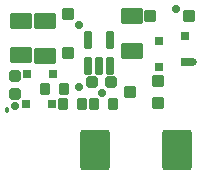
<source format=gts>
G04*
G04 #@! TF.GenerationSoftware,Altium Limited,Altium Designer,20.2.7 (254)*
G04*
G04 Layer_Color=7674933*
%FSLAX25Y25*%
%MOIN*%
G70*
G04*
G04 #@! TF.SameCoordinates,DA4A69CC-0FFB-40CA-8B1E-561776DE4CFB*
G04*
G04*
G04 #@! TF.FilePolarity,Negative*
G04*
G01*
G75*
G04:AMPARAMS|DCode=29|XSize=76.38mil|YSize=50.79mil|CornerRadius=7.28mil|HoleSize=0mil|Usage=FLASHONLY|Rotation=0.000|XOffset=0mil|YOffset=0mil|HoleType=Round|Shape=RoundedRectangle|*
%AMROUNDEDRECTD29*
21,1,0.07638,0.03622,0,0,0.0*
21,1,0.06181,0.05079,0,0,0.0*
1,1,0.01457,0.03091,-0.01811*
1,1,0.01457,-0.03091,-0.01811*
1,1,0.01457,-0.03091,0.01811*
1,1,0.01457,0.03091,0.01811*
%
%ADD29ROUNDEDRECTD29*%
G04:AMPARAMS|DCode=30|XSize=38.98mil|YSize=38.98mil|CornerRadius=6.1mil|HoleSize=0mil|Usage=FLASHONLY|Rotation=180.000|XOffset=0mil|YOffset=0mil|HoleType=Round|Shape=RoundedRectangle|*
%AMROUNDEDRECTD30*
21,1,0.03898,0.02677,0,0,180.0*
21,1,0.02677,0.03898,0,0,180.0*
1,1,0.01221,-0.01339,0.01339*
1,1,0.01221,0.01339,0.01339*
1,1,0.01221,0.01339,-0.01339*
1,1,0.01221,-0.01339,-0.01339*
%
%ADD30ROUNDEDRECTD30*%
G04:AMPARAMS|DCode=31|XSize=40.95mil|YSize=42.91mil|CornerRadius=6.3mil|HoleSize=0mil|Usage=FLASHONLY|Rotation=90.000|XOffset=0mil|YOffset=0mil|HoleType=Round|Shape=RoundedRectangle|*
%AMROUNDEDRECTD31*
21,1,0.04095,0.03032,0,0,90.0*
21,1,0.02835,0.04291,0,0,90.0*
1,1,0.01260,0.01516,0.01417*
1,1,0.01260,0.01516,-0.01417*
1,1,0.01260,-0.01516,-0.01417*
1,1,0.01260,-0.01516,0.01417*
%
%ADD31ROUNDEDRECTD31*%
G04:AMPARAMS|DCode=32|XSize=40.95mil|YSize=42.91mil|CornerRadius=6.3mil|HoleSize=0mil|Usage=FLASHONLY|Rotation=90.000|XOffset=0mil|YOffset=0mil|HoleType=Round|Shape=RoundedRectangle|*
%AMROUNDEDRECTD32*
21,1,0.04095,0.03032,0,0,90.0*
21,1,0.02835,0.04291,0,0,90.0*
1,1,0.01260,0.01516,0.01417*
1,1,0.01260,0.01516,-0.01417*
1,1,0.01260,-0.01516,-0.01417*
1,1,0.01260,-0.01516,0.01417*
%
%ADD32ROUNDEDRECTD32*%
G04:AMPARAMS|DCode=33|XSize=27.17mil|YSize=62.6mil|CornerRadius=4.92mil|HoleSize=0mil|Usage=FLASHONLY|Rotation=0.000|XOffset=0mil|YOffset=0mil|HoleType=Round|Shape=RoundedRectangle|*
%AMROUNDEDRECTD33*
21,1,0.02717,0.05276,0,0,0.0*
21,1,0.01732,0.06260,0,0,0.0*
1,1,0.00984,0.00866,-0.02638*
1,1,0.00984,-0.00866,-0.02638*
1,1,0.00984,-0.00866,0.02638*
1,1,0.00984,0.00866,0.02638*
%
%ADD33ROUNDEDRECTD33*%
G04:AMPARAMS|DCode=34|XSize=27.17mil|YSize=62.6mil|CornerRadius=4.92mil|HoleSize=0mil|Usage=FLASHONLY|Rotation=0.000|XOffset=0mil|YOffset=0mil|HoleType=Round|Shape=RoundedRectangle|*
%AMROUNDEDRECTD34*
21,1,0.02717,0.05276,0,0,0.0*
21,1,0.01732,0.06260,0,0,0.0*
1,1,0.00984,0.00866,-0.02638*
1,1,0.00984,-0.00866,-0.02638*
1,1,0.00984,-0.00866,0.02638*
1,1,0.00984,0.00866,0.02638*
%
%ADD34ROUNDEDRECTD34*%
%ADD35O,0.04488X0.02520*%
%ADD36O,0.01339X0.02520*%
G04:AMPARAMS|DCode=37|XSize=100mil|YSize=135.43mil|CornerRadius=12.21mil|HoleSize=0mil|Usage=FLASHONLY|Rotation=180.000|XOffset=0mil|YOffset=0mil|HoleType=Round|Shape=RoundedRectangle|*
%AMROUNDEDRECTD37*
21,1,0.10000,0.11102,0,0,180.0*
21,1,0.07559,0.13543,0,0,180.0*
1,1,0.02441,-0.03780,0.05551*
1,1,0.02441,0.03780,0.05551*
1,1,0.02441,0.03780,-0.05551*
1,1,0.02441,-0.03780,-0.05551*
%
%ADD37ROUNDEDRECTD37*%
G04:AMPARAMS|DCode=38|XSize=29.13mil|YSize=29.13mil|CornerRadius=5.12mil|HoleSize=0mil|Usage=FLASHONLY|Rotation=270.000|XOffset=0mil|YOffset=0mil|HoleType=Round|Shape=RoundedRectangle|*
%AMROUNDEDRECTD38*
21,1,0.02913,0.01890,0,0,270.0*
21,1,0.01890,0.02913,0,0,270.0*
1,1,0.01024,-0.00945,-0.00945*
1,1,0.01024,-0.00945,0.00945*
1,1,0.01024,0.00945,0.00945*
1,1,0.01024,0.00945,-0.00945*
%
%ADD38ROUNDEDRECTD38*%
G04:AMPARAMS|DCode=39|XSize=41.34mil|YSize=38.98mil|CornerRadius=6.1mil|HoleSize=0mil|Usage=FLASHONLY|Rotation=0.000|XOffset=0mil|YOffset=0mil|HoleType=Round|Shape=RoundedRectangle|*
%AMROUNDEDRECTD39*
21,1,0.04134,0.02677,0,0,0.0*
21,1,0.02913,0.03898,0,0,0.0*
1,1,0.01221,0.01457,-0.01339*
1,1,0.01221,-0.01457,-0.01339*
1,1,0.01221,-0.01457,0.01339*
1,1,0.01221,0.01457,0.01339*
%
%ADD39ROUNDEDRECTD39*%
G04:AMPARAMS|DCode=40|XSize=29.13mil|YSize=29.13mil|CornerRadius=5.12mil|HoleSize=0mil|Usage=FLASHONLY|Rotation=180.000|XOffset=0mil|YOffset=0mil|HoleType=Round|Shape=RoundedRectangle|*
%AMROUNDEDRECTD40*
21,1,0.02913,0.01890,0,0,180.0*
21,1,0.01890,0.02913,0,0,180.0*
1,1,0.01024,-0.00945,0.00945*
1,1,0.01024,0.00945,0.00945*
1,1,0.01024,0.00945,-0.00945*
1,1,0.01024,-0.00945,-0.00945*
%
%ADD40ROUNDEDRECTD40*%
G04:AMPARAMS|DCode=41|XSize=33.07mil|YSize=41.73mil|CornerRadius=5.51mil|HoleSize=0mil|Usage=FLASHONLY|Rotation=0.000|XOffset=0mil|YOffset=0mil|HoleType=Round|Shape=RoundedRectangle|*
%AMROUNDEDRECTD41*
21,1,0.03307,0.03071,0,0,0.0*
21,1,0.02205,0.04173,0,0,0.0*
1,1,0.01102,0.01102,-0.01535*
1,1,0.01102,-0.01102,-0.01535*
1,1,0.01102,-0.01102,0.01535*
1,1,0.01102,0.01102,0.01535*
%
%ADD41ROUNDEDRECTD41*%
G04:AMPARAMS|DCode=42|XSize=38.98mil|YSize=38.98mil|CornerRadius=6.1mil|HoleSize=0mil|Usage=FLASHONLY|Rotation=90.000|XOffset=0mil|YOffset=0mil|HoleType=Round|Shape=RoundedRectangle|*
%AMROUNDEDRECTD42*
21,1,0.03898,0.02677,0,0,90.0*
21,1,0.02677,0.03898,0,0,90.0*
1,1,0.01221,0.01339,0.01339*
1,1,0.01221,0.01339,-0.01339*
1,1,0.01221,-0.01339,-0.01339*
1,1,0.01221,-0.01339,0.01339*
%
%ADD42ROUNDEDRECTD42*%
G04:AMPARAMS|DCode=43|XSize=41.34mil|YSize=38.98mil|CornerRadius=6.1mil|HoleSize=0mil|Usage=FLASHONLY|Rotation=90.000|XOffset=0mil|YOffset=0mil|HoleType=Round|Shape=RoundedRectangle|*
%AMROUNDEDRECTD43*
21,1,0.04134,0.02677,0,0,90.0*
21,1,0.02913,0.03898,0,0,90.0*
1,1,0.01221,0.01339,0.01457*
1,1,0.01221,0.01339,-0.01457*
1,1,0.01221,-0.01339,-0.01457*
1,1,0.01221,-0.01339,0.01457*
%
%ADD43ROUNDEDRECTD43*%
%ADD44C,0.02913*%
D29*
X13583Y55807D02*
D03*
Y44390D02*
D03*
X5512Y55905D02*
D03*
Y44488D02*
D03*
X42323Y57480D02*
D03*
Y46063D02*
D03*
D30*
X35394Y35433D02*
D03*
X29173D02*
D03*
D31*
X51201Y28445D02*
D03*
X41949Y32185D02*
D03*
D32*
X51201Y35925D02*
D03*
D33*
X27657Y49449D02*
D03*
X35138D02*
D03*
Y40984D02*
D03*
X31398D02*
D03*
D34*
X27657Y40984D02*
D03*
D35*
X61910Y42126D02*
D03*
D36*
X787Y26181D02*
D03*
D37*
X57480Y13091D02*
D03*
X30118D02*
D03*
D38*
X15945Y28150D02*
D03*
X7283D02*
D03*
X7579Y38189D02*
D03*
X16240D02*
D03*
D39*
X48622Y57480D02*
D03*
X61614D02*
D03*
D40*
X60039Y42126D02*
D03*
Y50787D02*
D03*
X51368Y40443D02*
D03*
Y49104D02*
D03*
D41*
X19587Y28346D02*
D03*
X25886D02*
D03*
X19685Y33169D02*
D03*
X13386D02*
D03*
X29921Y28150D02*
D03*
X36220D02*
D03*
D42*
X3642Y31496D02*
D03*
Y37716D02*
D03*
D43*
X21161Y58169D02*
D03*
Y45177D02*
D03*
D44*
X24971Y34026D02*
D03*
X57284Y59842D02*
D03*
X32382Y32087D02*
D03*
X3445Y27657D02*
D03*
X24902Y54626D02*
D03*
M02*

</source>
